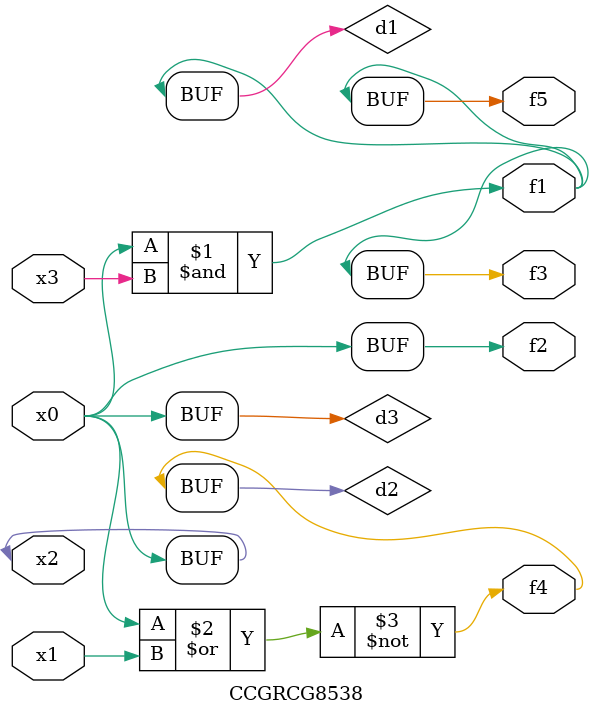
<source format=v>
module CCGRCG8538(
	input x0, x1, x2, x3,
	output f1, f2, f3, f4, f5
);

	wire d1, d2, d3;

	and (d1, x2, x3);
	nor (d2, x0, x1);
	buf (d3, x0, x2);
	assign f1 = d1;
	assign f2 = d3;
	assign f3 = d1;
	assign f4 = d2;
	assign f5 = d1;
endmodule

</source>
